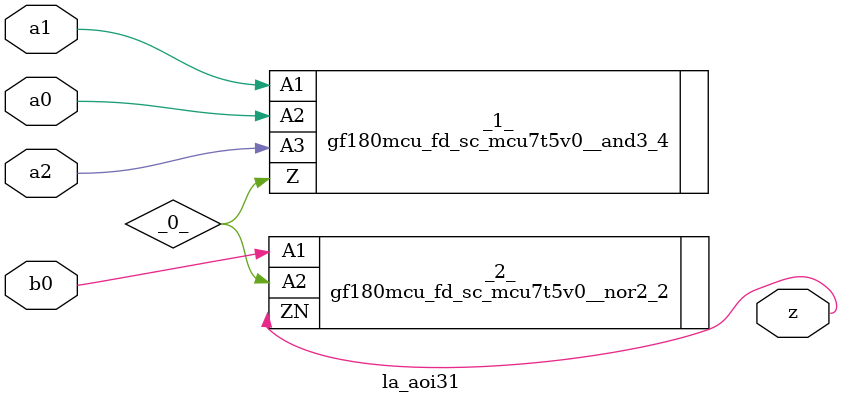
<source format=v>

/* Generated by Yosys 0.44 (git sha1 80ba43d26, g++ 11.4.0-1ubuntu1~22.04 -fPIC -O3) */

(* top =  1  *)
(* src = "inputs/la_aoi31.v:10.1-22.10" *)
module la_aoi31 (
    a0,
    a1,
    a2,
    b0,
    z
);
  wire _0_;
  (* src = "inputs/la_aoi31.v:13.12-13.14" *)
  input a0;
  wire a0;
  (* src = "inputs/la_aoi31.v:14.12-14.14" *)
  input a1;
  wire a1;
  (* src = "inputs/la_aoi31.v:15.12-15.14" *)
  input a2;
  wire a2;
  (* src = "inputs/la_aoi31.v:16.12-16.14" *)
  input b0;
  wire b0;
  (* src = "inputs/la_aoi31.v:17.12-17.13" *)
  output z;
  wire z;
  gf180mcu_fd_sc_mcu7t5v0__and3_4 _1_ (
      .A1(a1),
      .A2(a0),
      .A3(a2),
      .Z (_0_)
  );
  gf180mcu_fd_sc_mcu7t5v0__nor2_2 _2_ (
      .A1(b0),
      .A2(_0_),
      .ZN(z)
  );
endmodule

</source>
